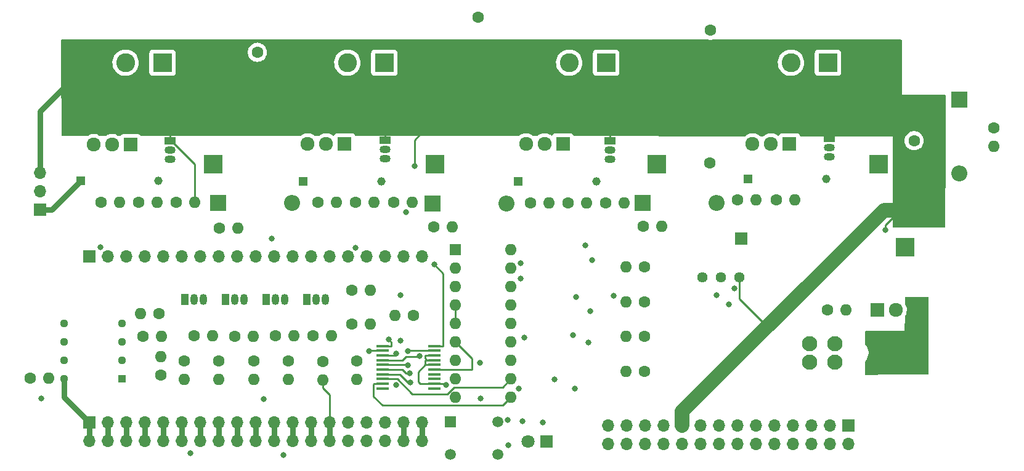
<source format=gbr>
%TF.GenerationSoftware,KiCad,Pcbnew,(6.0.0)*%
%TF.CreationDate,2022-12-13T19:56:49-08:00*%
%TF.ProjectId,MakeItRain,4d616b65-4974-4526-9169-6e2e6b696361,rev?*%
%TF.SameCoordinates,Original*%
%TF.FileFunction,Copper,L4,Bot*%
%TF.FilePolarity,Positive*%
%FSLAX46Y46*%
G04 Gerber Fmt 4.6, Leading zero omitted, Abs format (unit mm)*
G04 Created by KiCad (PCBNEW (6.0.0)) date 2022-12-13 19:56:49*
%MOMM*%
%LPD*%
G01*
G04 APERTURE LIST*
%TA.AperFunction,ComponentPad*%
%ADD10C,1.600000*%
%TD*%
%TA.AperFunction,ComponentPad*%
%ADD11R,2.600000X2.600000*%
%TD*%
%TA.AperFunction,ComponentPad*%
%ADD12O,2.600000X2.600000*%
%TD*%
%TA.AperFunction,ComponentPad*%
%ADD13R,1.800000X1.800000*%
%TD*%
%TA.AperFunction,ComponentPad*%
%ADD14C,1.800000*%
%TD*%
%TA.AperFunction,ComponentPad*%
%ADD15R,1.700000X1.700000*%
%TD*%
%TA.AperFunction,ComponentPad*%
%ADD16O,1.700000X1.700000*%
%TD*%
%TA.AperFunction,ComponentPad*%
%ADD17C,2.600000*%
%TD*%
%TA.AperFunction,ComponentPad*%
%ADD18R,1.920000X1.920000*%
%TD*%
%TA.AperFunction,ComponentPad*%
%ADD19C,1.920000*%
%TD*%
%TA.AperFunction,ComponentPad*%
%ADD20R,1.050000X1.500000*%
%TD*%
%TA.AperFunction,ComponentPad*%
%ADD21O,1.050000X1.500000*%
%TD*%
%TA.AperFunction,ComponentPad*%
%ADD22R,1.150000X1.150000*%
%TD*%
%TA.AperFunction,ComponentPad*%
%ADD23C,1.150000*%
%TD*%
%TA.AperFunction,ComponentPad*%
%ADD24O,1.600000X1.600000*%
%TD*%
%TA.AperFunction,ComponentPad*%
%ADD25R,1.500000X1.050000*%
%TD*%
%TA.AperFunction,ComponentPad*%
%ADD26O,1.500000X1.050000*%
%TD*%
%TA.AperFunction,ComponentPad*%
%ADD27C,1.440000*%
%TD*%
%TA.AperFunction,ComponentPad*%
%ADD28R,1.600000X1.600000*%
%TD*%
%TA.AperFunction,ComponentPad*%
%ADD29R,2.200000X2.200000*%
%TD*%
%TA.AperFunction,ComponentPad*%
%ADD30O,2.200000X2.200000*%
%TD*%
%TA.AperFunction,ComponentPad*%
%ADD31R,1.500000X1.500000*%
%TD*%
%TA.AperFunction,ComponentPad*%
%ADD32C,1.500000*%
%TD*%
%TA.AperFunction,ComponentPad*%
%ADD33C,2.100000*%
%TD*%
%TA.AperFunction,ComponentPad*%
%ADD34R,1.130000X1.130000*%
%TD*%
%TA.AperFunction,ComponentPad*%
%ADD35C,1.130000*%
%TD*%
%TA.AperFunction,SMDPad,CuDef*%
%ADD36R,1.800000X0.450000*%
%TD*%
%TA.AperFunction,ViaPad*%
%ADD37C,0.800000*%
%TD*%
%TA.AperFunction,Conductor*%
%ADD38C,0.250000*%
%TD*%
%TA.AperFunction,Conductor*%
%ADD39C,2.032000*%
%TD*%
%TA.AperFunction,Conductor*%
%ADD40C,0.508000*%
%TD*%
%TA.AperFunction,Conductor*%
%ADD41C,0.762000*%
%TD*%
G04 APERTURE END LIST*
D10*
%TO.P,C2,1*%
%TO.N,/Zone1IO/ZoneInput*%
X89109000Y-69659700D03*
%TO.P,C2,2*%
%TO.N,GND*%
X89109000Y-74659700D03*
%TD*%
%TO.P,C3,1*%
%TO.N,/Zone2IO/ZoneInput*%
X119449600Y-64825000D03*
%TO.P,C3,2*%
%TO.N,GND*%
X119449600Y-69825000D03*
%TD*%
%TO.P,C4,1*%
%TO.N,/Zone3IO/ZoneInput*%
X151357900Y-66638300D03*
%TO.P,C4,2*%
%TO.N,GND*%
X151357900Y-71638300D03*
%TD*%
D11*
%TO.P,D3,1,K*%
%TO.N,/Zone1IO/ZoneOutput*%
X83061000Y-85060000D03*
D12*
%TO.P,D3,2,A*%
%TO.N,GND*%
X83061000Y-69820000D03*
%TD*%
D11*
%TO.P,D5,1,K*%
%TO.N,/Zone2IO/ZoneOutput*%
X113541000Y-85060000D03*
D12*
%TO.P,D5,2,A*%
%TO.N,GND*%
X113541000Y-69820000D03*
%TD*%
D11*
%TO.P,D7,1,K*%
%TO.N,/Zone4IO/ZoneOutput*%
X174501000Y-85060000D03*
D12*
%TO.P,D7,2,A*%
%TO.N,GND*%
X174501000Y-69820000D03*
%TD*%
D11*
%TO.P,D9,1,K*%
%TO.N,/Zone3IO/ZoneOutput*%
X144021000Y-85060000D03*
D12*
%TO.P,D9,2,A*%
%TO.N,GND*%
X144021000Y-69820000D03*
%TD*%
D13*
%TO.P,D1,1,K*%
%TO.N,Net-(D1-Pad1)*%
X128872900Y-123268200D03*
D14*
%TO.P,D1,2,A*%
%TO.N,D27*%
X126332900Y-123268200D03*
%TD*%
D15*
%TO.P,J2,1,Pin_1*%
%TO.N,+3V3*%
X66040000Y-120650000D03*
D16*
%TO.P,J2,2,Pin_2*%
X66040000Y-123190000D03*
%TO.P,J2,3,Pin_3*%
%TO.N,EN*%
X68580000Y-120650000D03*
%TO.P,J2,4,Pin_4*%
X68580000Y-123190000D03*
%TO.P,J2,5,Pin_5*%
%TO.N,D36*%
X71120000Y-120650000D03*
%TO.P,J2,6,Pin_6*%
X71120000Y-123190000D03*
%TO.P,J2,7,Pin_7*%
%TO.N,D39*%
X73660000Y-120650000D03*
%TO.P,J2,8,Pin_8*%
X73660000Y-123190000D03*
%TO.P,J2,9,Pin_9*%
%TO.N,D34*%
X76200000Y-120650000D03*
%TO.P,J2,10,Pin_10*%
X76200000Y-123190000D03*
%TO.P,J2,11,Pin_11*%
%TO.N,D35*%
X78740000Y-120650000D03*
%TO.P,J2,12,Pin_12*%
X78740000Y-123190000D03*
%TO.P,J2,13,Pin_13*%
%TO.N,D32*%
X81280000Y-120650000D03*
%TO.P,J2,14,Pin_14*%
X81280000Y-123190000D03*
%TO.P,J2,15,Pin_15*%
%TO.N,D33*%
X83820000Y-120650000D03*
%TO.P,J2,16,Pin_16*%
X83820000Y-123190000D03*
%TO.P,J2,17,Pin_17*%
%TO.N,D25*%
X86360000Y-120650000D03*
%TO.P,J2,18,Pin_18*%
X86360000Y-123190000D03*
%TO.P,J2,19,Pin_19*%
%TO.N,D26*%
X88900000Y-120650000D03*
%TO.P,J2,20,Pin_20*%
X88900000Y-123190000D03*
%TO.P,J2,21,Pin_21*%
%TO.N,D27*%
X91440000Y-120650000D03*
%TO.P,J2,22,Pin_22*%
X91440000Y-123190000D03*
%TO.P,J2,23,Pin_23*%
%TO.N,D14*%
X93980000Y-120650000D03*
%TO.P,J2,24,Pin_24*%
X93980000Y-123190000D03*
%TO.P,J2,25,Pin_25*%
%TO.N,D12*%
X96520000Y-120650000D03*
%TO.P,J2,26,Pin_26*%
X96520000Y-123190000D03*
%TO.P,J2,27,Pin_27*%
%TO.N,GND*%
X99060000Y-120650000D03*
%TO.P,J2,28,Pin_28*%
X99060000Y-123190000D03*
%TO.P,J2,29,Pin_29*%
%TO.N,unconnected-(J2-Pad29)*%
X101600000Y-120650000D03*
%TO.P,J2,30,Pin_30*%
%TO.N,unconnected-(J2-Pad30)*%
X101600000Y-123190000D03*
%TO.P,J2,31,Pin_31*%
%TO.N,unconnected-(J2-Pad31)*%
X104140000Y-120650000D03*
%TO.P,J2,32,Pin_32*%
%TO.N,unconnected-(J2-Pad32)*%
X104140000Y-123190000D03*
%TO.P,J2,33,Pin_33*%
%TO.N,unconnected-(J2-Pad33)*%
X106680000Y-120650000D03*
%TO.P,J2,34,Pin_34*%
%TO.N,unconnected-(J2-Pad34)*%
X106680000Y-123190000D03*
%TO.P,J2,35,Pin_35*%
%TO.N,GND*%
X109220000Y-120650000D03*
%TO.P,J2,36,Pin_36*%
X109220000Y-123190000D03*
%TO.P,J2,37,Pin_37*%
%TO.N,Net-(J2-Pad37)*%
X111760000Y-120650000D03*
%TO.P,J2,38,Pin_38*%
X111760000Y-123190000D03*
%TD*%
D15*
%TO.P,J3,1,Pin_1*%
%TO.N,GND*%
X66040000Y-97790000D03*
D16*
%TO.P,J3,2,Pin_2*%
%TO.N,D23*%
X68580000Y-97790000D03*
%TO.P,J3,3,Pin_3*%
%TO.N,D22*%
X71120000Y-97790000D03*
%TO.P,J3,4,Pin_4*%
%TO.N,TX*%
X73660000Y-97790000D03*
%TO.P,J3,5,Pin_5*%
%TO.N,RX*%
X76200000Y-97790000D03*
%TO.P,J3,6,Pin_6*%
%TO.N,D21*%
X78740000Y-97790000D03*
%TO.P,J3,7,Pin_7*%
%TO.N,GND*%
X81280000Y-97790000D03*
%TO.P,J3,8,Pin_8*%
%TO.N,D19*%
X83820000Y-97790000D03*
%TO.P,J3,9,Pin_9*%
%TO.N,D18*%
X86360000Y-97790000D03*
%TO.P,J3,10,Pin_10*%
%TO.N,D5*%
X88900000Y-97790000D03*
%TO.P,J3,11,Pin_11*%
%TO.N,D17*%
X91440000Y-97790000D03*
%TO.P,J3,12,Pin_12*%
%TO.N,D16*%
X93980000Y-97790000D03*
%TO.P,J3,13,Pin_13*%
%TO.N,D4*%
X96520000Y-97790000D03*
%TO.P,J3,14,Pin_14*%
%TO.N,D0*%
X99060000Y-97790000D03*
%TO.P,J3,15,Pin_15*%
%TO.N,D2*%
X101600000Y-97790000D03*
%TO.P,J3,16,Pin_16*%
%TO.N,D15*%
X104140000Y-97790000D03*
%TO.P,J3,17,Pin_17*%
%TO.N,/SD1*%
X106680000Y-97790000D03*
%TO.P,J3,18,Pin_18*%
%TO.N,/SDD*%
X109220000Y-97790000D03*
%TO.P,J3,19,Pin_19*%
%TO.N,/CLK*%
X111760000Y-97790000D03*
%TD*%
D11*
%TO.P,P1,1,Pin_1*%
%TO.N,Net-(P1-Pad1)*%
X178125700Y-96457800D03*
D17*
%TO.P,P1,2,Pin_2*%
%TO.N,GND*%
X178125700Y-91377800D03*
%TD*%
D18*
%TO.P,Q3,1*%
%TO.N,Net-(Q3-Pad1)*%
X71689700Y-82379600D03*
D19*
%TO.P,Q3,2*%
%TO.N,/Zone1IO/ZoneOutput*%
X69149700Y-82379600D03*
%TO.P,Q3,3*%
%TO.N,+VDC*%
X66609700Y-82379600D03*
%TD*%
D18*
%TO.P,Q6,1*%
%TO.N,Net-(Q6-Pad1)*%
X101108600Y-82267600D03*
D19*
%TO.P,Q6,2*%
%TO.N,/Zone2IO/ZoneOutput*%
X98568600Y-82267600D03*
%TO.P,Q6,3*%
%TO.N,+VDC*%
X96028600Y-82267600D03*
%TD*%
D20*
%TO.P,Q7,1,S*%
%TO.N,GND*%
X90300800Y-103664300D03*
D21*
%TO.P,Q7,2,G*%
%TO.N,Net-(D6-Pad2)*%
X91570800Y-103664300D03*
%TO.P,Q7,3,D*%
%TO.N,/InputIsolation/3in*%
X92840800Y-103664300D03*
%TD*%
D18*
%TO.P,Q9,1*%
%TO.N,Net-(Q9-Pad1)*%
X131085700Y-82267600D03*
D19*
%TO.P,Q9,2*%
%TO.N,/Zone3IO/ZoneOutput*%
X128545700Y-82267600D03*
%TO.P,Q9,3*%
%TO.N,+VDC*%
X126005700Y-82267600D03*
%TD*%
D18*
%TO.P,Q12,1*%
%TO.N,Net-(Q12-Pad1)*%
X162229200Y-82267600D03*
D19*
%TO.P,Q12,2*%
%TO.N,/Zone4IO/ZoneOutput*%
X159689200Y-82267600D03*
%TO.P,Q12,3*%
%TO.N,+VDC*%
X157149200Y-82267600D03*
%TD*%
D18*
%TO.P,Q13,1*%
%TO.N,Net-(Q13-Pad1)*%
X174341600Y-105164100D03*
D19*
%TO.P,Q13,2*%
%TO.N,Net-(P1-Pad1)*%
X176881600Y-105164100D03*
%TO.P,Q13,3*%
%TO.N,Net-(Q13-Pad3)*%
X179421600Y-105164100D03*
%TD*%
D11*
%TO.P,Z2,1,Pin_1*%
%TO.N,/Zone2IO/ZoneInput*%
X106556000Y-71090000D03*
D17*
%TO.P,Z2,2,Pin_2*%
%TO.N,/Zone2IO/ZoneOutput*%
X101476000Y-71090000D03*
%TO.P,Z2,3,Pin_3*%
%TO.N,GND*%
X96396000Y-71090000D03*
%TD*%
D11*
%TO.P,Z3,1,Pin_1*%
%TO.N,/Zone3IO/ZoneInput*%
X137036000Y-71090000D03*
D17*
%TO.P,Z3,2,Pin_2*%
%TO.N,/Zone3IO/ZoneOutput*%
X131956000Y-71090000D03*
%TO.P,Z3,3,Pin_3*%
%TO.N,GND*%
X126876000Y-71090000D03*
%TD*%
D11*
%TO.P,Z4,1,Pin_1*%
%TO.N,/Zone4IO/ZoneInput*%
X167516000Y-71090000D03*
D17*
%TO.P,Z4,2,Pin_2*%
%TO.N,/Zone4IO/ZoneOutput*%
X162436000Y-71090000D03*
%TO.P,Z4,3,Pin_3*%
%TO.N,GND*%
X157356000Y-71090000D03*
%TD*%
D11*
%TO.P,Z1,1,Pin_1*%
%TO.N,/Zone1IO/ZoneInput*%
X76076000Y-71090000D03*
D17*
%TO.P,Z1,2,Pin_2*%
%TO.N,/Zone1IO/ZoneOutput*%
X70996000Y-71090000D03*
%TO.P,Z1,3,Pin_3*%
%TO.N,GND*%
X65916000Y-71090000D03*
%TD*%
D15*
%TO.P,J1,1,Pin_1*%
%TO.N,+VDC*%
X170349000Y-121042300D03*
D16*
%TO.P,J1,2,Pin_2*%
%TO.N,D22*%
X170349000Y-123582300D03*
%TO.P,J1,3,Pin_3*%
%TO.N,+VDC*%
X167809000Y-121042300D03*
%TO.P,J1,4,Pin_4*%
%TO.N,D21*%
X167809000Y-123582300D03*
%TO.P,J1,5,Pin_5*%
%TO.N,+VDC*%
X165269000Y-121042300D03*
%TO.P,J1,6,Pin_6*%
%TO.N,Z8*%
X165269000Y-123582300D03*
%TO.P,J1,7,Pin_7*%
%TO.N,+VDC*%
X162729000Y-121042300D03*
%TO.P,J1,8,Pin_8*%
%TO.N,Z7*%
X162729000Y-123582300D03*
%TO.P,J1,9,Pin_9*%
%TO.N,+VDC*%
X160189000Y-121042300D03*
%TO.P,J1,10,Pin_10*%
%TO.N,Z6*%
X160189000Y-123582300D03*
%TO.P,J1,11,Pin_11*%
%TO.N,+3V3*%
X157649000Y-121042300D03*
%TO.P,J1,12,Pin_12*%
%TO.N,Z5*%
X157649000Y-123582300D03*
%TO.P,J1,13,Pin_13*%
%TO.N,+3V3*%
X155109000Y-121042300D03*
%TO.P,J1,14,Pin_14*%
%TO.N,D26*%
X155109000Y-123582300D03*
%TO.P,J1,15,Pin_15*%
%TO.N,+3V3*%
X152569000Y-121042300D03*
%TO.P,J1,16,Pin_16*%
%TO.N,D23*%
X152569000Y-123582300D03*
%TO.P,J1,17,Pin_17*%
%TO.N,+3V3*%
X150029000Y-121042300D03*
%TO.P,J1,18,Pin_18*%
%TO.N,D19*%
X150029000Y-123582300D03*
%TO.P,J1,19,Pin_19*%
%TO.N,GND*%
X147489000Y-121042300D03*
%TO.P,J1,20,Pin_20*%
%TO.N,D18*%
X147489000Y-123582300D03*
%TO.P,J1,21,Pin_21*%
%TO.N,GND*%
X144949000Y-121042300D03*
%TO.P,J1,22,Pin_22*%
%TO.N,D17*%
X144949000Y-123582300D03*
%TO.P,J1,23,Pin_23*%
%TO.N,GND*%
X142409000Y-121042300D03*
%TO.P,J1,24,Pin_24*%
%TO.N,D16*%
X142409000Y-123582300D03*
%TO.P,J1,25,Pin_25*%
%TO.N,GND*%
X139869000Y-121042300D03*
%TO.P,J1,26,Pin_26*%
%TO.N,TX*%
X139869000Y-123582300D03*
%TO.P,J1,27,Pin_27*%
%TO.N,GND*%
X137329000Y-121042300D03*
%TO.P,J1,28,Pin_28*%
%TO.N,RX*%
X137329000Y-123582300D03*
%TD*%
D22*
%TO.P,Z5,1*%
%TO.N,+VDC*%
X64792500Y-87395400D03*
D23*
%TO.P,Z5,2*%
%TO.N,Net-(Q3-Pad1)*%
X75492500Y-87395400D03*
%TD*%
D22*
%TO.P,Z6,1*%
%TO.N,+VDC*%
X95418500Y-87436000D03*
D23*
%TO.P,Z6,2*%
%TO.N,Net-(Q6-Pad1)*%
X106118500Y-87436000D03*
%TD*%
D22*
%TO.P,Z8,1*%
%TO.N,+VDC*%
X156564300Y-87104200D03*
D23*
%TO.P,Z8,2*%
%TO.N,Net-(Q12-Pad1)*%
X167264300Y-87104200D03*
%TD*%
D20*
%TO.P,Q4,1,S*%
%TO.N,GND*%
X84702900Y-103677400D03*
D21*
%TO.P,Q4,2,G*%
%TO.N,Net-(D4-Pad2)*%
X85972900Y-103677400D03*
%TO.P,Q4,3,D*%
%TO.N,/InputIsolation/2in*%
X87242900Y-103677400D03*
%TD*%
D10*
%TO.P,R23,1*%
%TO.N,+VDC*%
X75572300Y-105627200D03*
D24*
%TO.P,R23,2*%
%TO.N,Net-(IC3-Pad3)*%
X73032300Y-105627200D03*
%TD*%
D10*
%TO.P,R31,1*%
%TO.N,+3V3*%
X83822200Y-112140600D03*
D24*
%TO.P,R31,2*%
%TO.N,D35*%
X83822200Y-114680600D03*
%TD*%
D10*
%TO.P,R16,1*%
%TO.N,Net-(Q9-Pad1)*%
X131777400Y-90385900D03*
D24*
%TO.P,R16,2*%
%TO.N,Net-(Q8-Pad3)*%
X134317400Y-90385900D03*
%TD*%
D25*
%TO.P,Q2,1,S*%
%TO.N,GND*%
X77074800Y-81816600D03*
D26*
%TO.P,Q2,2,G*%
%TO.N,Z1*%
X77074800Y-83086600D03*
%TO.P,Q2,3,D*%
%TO.N,Net-(Q2-Pad3)*%
X77074800Y-84356600D03*
%TD*%
D10*
%TO.P,R24,1*%
%TO.N,Net-(IC3-Pad3)*%
X73376700Y-108765100D03*
D24*
%TO.P,R24,2*%
%TO.N,GND*%
X75916700Y-108765100D03*
%TD*%
D10*
%TO.P,R5,1*%
%TO.N,Net-(D2-Pad2)*%
X80372200Y-108702600D03*
D24*
%TO.P,R5,2*%
%TO.N,GND*%
X82912200Y-108702600D03*
%TD*%
D27*
%TO.P,RV1,1,1*%
%TO.N,AuxVoltage*%
X150281700Y-100622000D03*
%TO.P,RV1,2,2*%
%TO.N,Net-(IC3-Pad5)*%
X152821700Y-100622000D03*
%TO.P,RV1,3,3*%
%TO.N,GND*%
X155361700Y-100622000D03*
%TD*%
D15*
%TO.P,J4,1,Pin_1*%
%TO.N,AuxVoltage*%
X155598900Y-95333800D03*
%TD*%
D10*
%TO.P,R15,1*%
%TO.N,+VDC*%
X126614500Y-90392400D03*
D24*
%TO.P,R15,2*%
%TO.N,Net-(Q9-Pad1)*%
X129154500Y-90392400D03*
%TD*%
D10*
%TO.P,R17,1*%
%TO.N,Net-(D8-Pad2)*%
X96767000Y-108701700D03*
D24*
%TO.P,R17,2*%
%TO.N,GND*%
X99307000Y-108701700D03*
%TD*%
D15*
%TO.P,J5,1,Pin_1*%
%TO.N,+VDC*%
X59207700Y-91310200D03*
D16*
%TO.P,J5,2,Pin_2*%
%TO.N,+3V3*%
X59207700Y-88770200D03*
%TO.P,J5,3,Pin_3*%
%TO.N,GND*%
X59207700Y-86230200D03*
%TD*%
D10*
%TO.P,R4,1*%
%TO.N,Net-(D1-Pad1)*%
X98113700Y-112207200D03*
D24*
%TO.P,R4,2*%
%TO.N,GND*%
X98113700Y-114747200D03*
%TD*%
D10*
%TO.P,R18,1*%
%TO.N,Z4*%
X179350700Y-81833100D03*
D24*
%TO.P,R18,2*%
%TO.N,GND*%
X181890700Y-81833100D03*
%TD*%
D10*
%TO.P,R29,1*%
%TO.N,+3V3*%
X142295000Y-113577700D03*
D24*
%TO.P,R29,2*%
%TO.N,Net-(IC4-Pad1)*%
X139755000Y-113577700D03*
%TD*%
D10*
%TO.P,R25,1*%
%TO.N,D33*%
X75859900Y-114068500D03*
D24*
%TO.P,R25,2*%
%TO.N,GND*%
X75859900Y-111528500D03*
%TD*%
D10*
%TO.P,R33,1*%
%TO.N,+3V3*%
X93402900Y-112140600D03*
D24*
%TO.P,R33,2*%
%TO.N,D39*%
X93402900Y-114680600D03*
%TD*%
D10*
%TO.P,R2,1*%
%TO.N,/Zone2IO/ZoneInput*%
X113321700Y-93731200D03*
D24*
%TO.P,R2,2*%
%TO.N,Net-(D4-Pad2)*%
X115861700Y-93731200D03*
%TD*%
D10*
%TO.P,R14,1*%
%TO.N,Z3*%
X136973400Y-90405200D03*
D24*
%TO.P,R14,2*%
%TO.N,GND*%
X139513400Y-90405200D03*
%TD*%
D25*
%TO.P,Q11,1,S*%
%TO.N,GND*%
X167687500Y-81543000D03*
D26*
%TO.P,Q11,2,G*%
%TO.N,Z4*%
X167687500Y-82813000D03*
%TO.P,Q11,3,D*%
%TO.N,Net-(Q11-Pad3)*%
X167687500Y-84083000D03*
%TD*%
D10*
%TO.P,R27,1*%
%TO.N,+3V3*%
X142295000Y-103999000D03*
D24*
%TO.P,R27,2*%
%TO.N,Net-(IC4-Pad5)*%
X139755000Y-103999000D03*
%TD*%
D28*
%TO.P,U1,1,SCL*%
%TO.N,D22*%
X116307900Y-96853800D03*
D24*
%TO.P,U1,2,SDA*%
%TO.N,D21*%
X116307900Y-99393800D03*
%TO.P,U1,3,A2*%
%TO.N,GND*%
X116307900Y-101933800D03*
%TO.P,U1,4,A1*%
X116307900Y-104473800D03*
%TO.P,U1,5,A0*%
X116307900Y-107013800D03*
%TO.P,U1,6,~{RESET}*%
%TO.N,Net-(IC1-Pad6)*%
X116307900Y-109553800D03*
%TO.P,U1,7,NC*%
%TO.N,unconnected-(U1-Pad7)*%
X116307900Y-112093800D03*
%TO.P,U1,8,INT*%
%TO.N,unconnected-(U1-Pad8)*%
X116307900Y-114633800D03*
%TO.P,U1,9,VSS*%
%TO.N,GND*%
X116307900Y-117173800D03*
%TO.P,U1,10,GP0*%
%TO.N,Z1*%
X123927900Y-117173800D03*
%TO.P,U1,11,GP1*%
%TO.N,Z2*%
X123927900Y-114633800D03*
%TO.P,U1,12,GP2*%
%TO.N,Z3*%
X123927900Y-112093800D03*
%TO.P,U1,13,GP3*%
%TO.N,Z4*%
X123927900Y-109553800D03*
%TO.P,U1,14,GP4*%
%TO.N,Z5*%
X123927900Y-107013800D03*
%TO.P,U1,15,GP5*%
%TO.N,Z6*%
X123927900Y-104473800D03*
%TO.P,U1,16,GP6*%
%TO.N,Z7*%
X123927900Y-101933800D03*
%TO.P,U1,17,GP7*%
%TO.N,Z8*%
X123927900Y-99393800D03*
%TO.P,U1,18,VDD*%
%TO.N,+3V3*%
X123927900Y-96853800D03*
%TD*%
D29*
%TO.P,D4,1,K*%
%TO.N,/Zone2IO/ZoneInput*%
X113156300Y-90507700D03*
D30*
%TO.P,D4,2,A*%
%TO.N,Net-(D4-Pad2)*%
X123316300Y-90507700D03*
%TD*%
D29*
%TO.P,D2,1,K*%
%TO.N,/Zone1IO/ZoneInput*%
X83739400Y-90439100D03*
D30*
%TO.P,D2,2,A*%
%TO.N,Net-(D2-Pad2)*%
X93899400Y-90439100D03*
%TD*%
D31*
%TO.P,S1,1,NO_1*%
%TO.N,unconnected-(S1-Pad1)*%
X115616200Y-120523800D03*
D32*
%TO.P,S1,2,NO_2*%
%TO.N,+3V3*%
X122116200Y-120523800D03*
%TO.P,S1,3,COM_1*%
%TO.N,unconnected-(S1-Pad3)*%
X115616200Y-125023800D03*
%TO.P,S1,4,COM_2*%
%TO.N,D25*%
X122116200Y-125023800D03*
%TD*%
D10*
%TO.P,R9,1*%
%TO.N,Net-(D4-Pad2)*%
X85984200Y-108777600D03*
D24*
%TO.P,R9,2*%
%TO.N,GND*%
X88524200Y-108777600D03*
%TD*%
D10*
%TO.P,R13,1*%
%TO.N,Net-(D6-Pad2)*%
X91573600Y-108698400D03*
D24*
%TO.P,R13,2*%
%TO.N,GND*%
X94113600Y-108698400D03*
%TD*%
D10*
%TO.P,R6,1*%
%TO.N,Z1*%
X77976900Y-90313600D03*
D24*
%TO.P,R6,2*%
%TO.N,GND*%
X80516900Y-90313600D03*
%TD*%
D10*
%TO.P,R11,1*%
%TO.N,+VDC*%
X97428100Y-90313600D03*
D24*
%TO.P,R11,2*%
%TO.N,Net-(Q6-Pad1)*%
X99968100Y-90313600D03*
%TD*%
D10*
%TO.P,R7,1*%
%TO.N,+VDC*%
X67592100Y-90313600D03*
D24*
%TO.P,R7,2*%
%TO.N,Net-(Q3-Pad1)*%
X70132100Y-90313600D03*
%TD*%
D10*
%TO.P,R37,1*%
%TO.N,+3V3*%
X102042400Y-102441800D03*
D24*
%TO.P,R37,2*%
%TO.N,D21*%
X104582400Y-102441800D03*
%TD*%
D33*
%TO.P,U2,1,1*%
%TO.N,+VDC*%
X164978400Y-112300500D03*
%TO.P,U2,2,2*%
X168478400Y-112300500D03*
%TO.P,U2,3,3*%
%TO.N,Net-(Q13-Pad3)*%
X174278400Y-112300500D03*
%TO.P,U2,4,4*%
X177778400Y-112300500D03*
%TO.P,U2,5,5*%
X177778400Y-109800500D03*
%TO.P,U2,6,6*%
X174278400Y-109800500D03*
%TO.P,U2,7,7*%
%TO.N,+VDC*%
X168478400Y-109800500D03*
%TO.P,U2,8,8*%
X164978400Y-109800500D03*
%TD*%
D20*
%TO.P,Q10,1,S*%
%TO.N,GND*%
X95932600Y-103664300D03*
D21*
%TO.P,Q10,2,G*%
%TO.N,Net-(D8-Pad2)*%
X97202600Y-103664300D03*
%TO.P,Q10,3,D*%
%TO.N,/InputIsolation/4in*%
X98472600Y-103664300D03*
%TD*%
D29*
%TO.P,D8,1,K*%
%TO.N,/Zone4IO/ZoneInput*%
X185558100Y-76184700D03*
D30*
%TO.P,D8,2,A*%
%TO.N,Net-(D8-Pad2)*%
X185558100Y-86344700D03*
%TD*%
D34*
%TO.P,IC3,1,OUTA*%
%TO.N,D33*%
X70520600Y-114579500D03*
D35*
%TO.P,IC3,2,-INA*%
X70520600Y-112039500D03*
%TO.P,IC3,3,+INA*%
%TO.N,Net-(IC3-Pad3)*%
X70520600Y-109499500D03*
%TO.P,IC3,4,V-*%
%TO.N,GND*%
X70520600Y-106959500D03*
%TO.P,IC3,5,+INB*%
%TO.N,Net-(IC3-Pad5)*%
X62580600Y-106959500D03*
%TO.P,IC3,6,-INB*%
%TO.N,D32*%
X62580600Y-109499500D03*
%TO.P,IC3,7,OUTB*%
X62580600Y-112039500D03*
%TO.P,IC3,8,V+*%
%TO.N,+3V3*%
X62580600Y-114579500D03*
%TD*%
D20*
%TO.P,Q1,1,S*%
%TO.N,GND*%
X79106900Y-103682000D03*
D21*
%TO.P,Q1,2,G*%
%TO.N,Net-(D2-Pad2)*%
X80376900Y-103682000D03*
%TO.P,Q1,3,D*%
%TO.N,/InputIsolation/1in*%
X81646900Y-103682000D03*
%TD*%
D10*
%TO.P,R26,1*%
%TO.N,+3V3*%
X142295000Y-99209700D03*
D24*
%TO.P,R26,2*%
%TO.N,Net-(IC4-Pad7)*%
X139755000Y-99209700D03*
%TD*%
D10*
%TO.P,R36,1*%
%TO.N,+3V3*%
X110516400Y-105882500D03*
D24*
%TO.P,R36,2*%
%TO.N,Net-(IC1-Pad6)*%
X107976400Y-105882500D03*
%TD*%
D10*
%TO.P,R1,1*%
%TO.N,/Zone1IO/ZoneInput*%
X83868300Y-93912900D03*
D24*
%TO.P,R1,2*%
%TO.N,Net-(D2-Pad2)*%
X86408300Y-93912900D03*
%TD*%
D10*
%TO.P,R8,1*%
%TO.N,Net-(Q3-Pad1)*%
X72798600Y-90313600D03*
D24*
%TO.P,R8,2*%
%TO.N,Net-(Q2-Pad3)*%
X75338600Y-90313600D03*
%TD*%
D25*
%TO.P,Q8,1,S*%
%TO.N,GND*%
X137542600Y-81822900D03*
D26*
%TO.P,Q8,2,G*%
%TO.N,Z3*%
X137542600Y-83092900D03*
%TO.P,Q8,3,D*%
%TO.N,Net-(Q8-Pad3)*%
X137542600Y-84362900D03*
%TD*%
D25*
%TO.P,Q5,1,S*%
%TO.N,GND*%
X106673400Y-81749200D03*
D26*
%TO.P,Q5,2,G*%
%TO.N,Z2*%
X106673400Y-83019200D03*
%TO.P,Q5,3,D*%
%TO.N,Net-(Q5-Pad3)*%
X106673400Y-84289200D03*
%TD*%
D10*
%TO.P,C5,1*%
%TO.N,/Zone4IO/ZoneInput*%
X151310400Y-84874400D03*
%TO.P,C5,2*%
%TO.N,GND*%
X151310400Y-79874400D03*
%TD*%
%TO.P,R21,1*%
%TO.N,Net-(Q13-Pad1)*%
X167425100Y-105167700D03*
D24*
%TO.P,R21,2*%
%TO.N,GND*%
X169965100Y-105167700D03*
%TD*%
D10*
%TO.P,R3,1*%
%TO.N,D25*%
X102762800Y-112161900D03*
D24*
%TO.P,R3,2*%
%TO.N,GND*%
X102762800Y-114701900D03*
%TD*%
D10*
%TO.P,R30,1*%
%TO.N,+3V3*%
X79031800Y-112140600D03*
D24*
%TO.P,R30,2*%
%TO.N,D34*%
X79031800Y-114680600D03*
%TD*%
D10*
%TO.P,R12,1*%
%TO.N,Net-(Q6-Pad1)*%
X102602700Y-90291400D03*
D24*
%TO.P,R12,2*%
%TO.N,Net-(Q5-Pad3)*%
X105142700Y-90291400D03*
%TD*%
D10*
%TO.P,R22,1*%
%TO.N,/Zone3IO/ZoneInput*%
X142150900Y-93635300D03*
D24*
%TO.P,R22,2*%
%TO.N,Net-(D6-Pad2)*%
X144690900Y-93635300D03*
%TD*%
D10*
%TO.P,R28,1*%
%TO.N,+3V3*%
X142295000Y-108788400D03*
D24*
%TO.P,R28,2*%
%TO.N,Net-(IC4-Pad3)*%
X139755000Y-108788400D03*
%TD*%
D10*
%TO.P,R20,1*%
%TO.N,Net-(Q12-Pad1)*%
X160459300Y-89971000D03*
D24*
%TO.P,R20,2*%
%TO.N,Net-(Q11-Pad3)*%
X162999300Y-89971000D03*
%TD*%
D10*
%TO.P,R19,1*%
%TO.N,+VDC*%
X155096800Y-90020800D03*
D24*
%TO.P,R19,2*%
%TO.N,Net-(Q12-Pad1)*%
X157636800Y-90020800D03*
%TD*%
D10*
%TO.P,R35,1*%
%TO.N,/Zone4IO/ZoneInput*%
X190329000Y-80096300D03*
D24*
%TO.P,R35,2*%
%TO.N,Net-(D8-Pad2)*%
X190329000Y-82636300D03*
%TD*%
D10*
%TO.P,R10,1*%
%TO.N,Z2*%
X107804100Y-90285900D03*
D24*
%TO.P,R10,2*%
%TO.N,GND*%
X110344100Y-90285900D03*
%TD*%
D29*
%TO.P,D6,1,K*%
%TO.N,/Zone3IO/ZoneInput*%
X142032800Y-90398200D03*
D30*
%TO.P,D6,2,A*%
%TO.N,Net-(D6-Pad2)*%
X152192800Y-90398200D03*
%TD*%
D10*
%TO.P,R32,1*%
%TO.N,+3V3*%
X88612600Y-112140600D03*
D24*
%TO.P,R32,2*%
%TO.N,D36*%
X88612600Y-114680600D03*
%TD*%
D22*
%TO.P,Z7,1*%
%TO.N,+VDC*%
X124968600Y-87436000D03*
D23*
%TO.P,Z7,2*%
%TO.N,Net-(Q9-Pad1)*%
X135668600Y-87436000D03*
%TD*%
D10*
%TO.P,R38,1*%
%TO.N,+3V3*%
X102042400Y-107114000D03*
D24*
%TO.P,R38,2*%
%TO.N,D22*%
X104582400Y-107114000D03*
%TD*%
D10*
%TO.P,R34,1*%
%TO.N,D32*%
X57889400Y-114568900D03*
D24*
%TO.P,R34,2*%
%TO.N,GND*%
X60429400Y-114568900D03*
%TD*%
D36*
%TO.P,IC1,20,VDD*%
%TO.N,+3V3*%
X106305300Y-110092700D03*
%TO.P,IC1,19,GP7*%
%TO.N,Z8*%
X106305300Y-110742700D03*
%TO.P,IC1,18,GP6*%
%TO.N,Z7*%
X106305300Y-111392700D03*
%TO.P,IC1,17,GP5*%
%TO.N,Z6*%
X106305300Y-112042700D03*
%TO.P,IC1,16,GP4*%
%TO.N,Z5*%
X106305300Y-112692700D03*
%TO.P,IC1,15,GP3*%
%TO.N,Z4*%
X106305300Y-113342700D03*
%TO.P,IC1,14,GP2*%
%TO.N,Z3*%
X106305300Y-113992700D03*
%TO.P,IC1,13,GP1*%
%TO.N,Z2*%
X106305300Y-114642700D03*
%TO.P,IC1,12,GP0*%
%TO.N,Z1*%
X106305300Y-115292700D03*
%TO.P,IC1,11,N/C_2*%
%TO.N,unconnected-(IC1-Pad11)*%
X106305300Y-115942700D03*
%TO.P,IC1,10,N/C_1*%
%TO.N,unconnected-(IC1-Pad10)*%
X113405300Y-115942700D03*
%TO.P,IC1,9,VSS*%
%TO.N,GND*%
X113405300Y-115292700D03*
%TO.P,IC1,8,INT*%
%TO.N,unconnected-(IC1-Pad8)*%
X113405300Y-114642700D03*
%TO.P,IC1,7,NC*%
%TO.N,unconnected-(IC1-Pad7)*%
X113405300Y-113992700D03*
%TO.P,IC1,6,~{RESET}*%
%TO.N,Net-(IC1-Pad6)*%
X113405300Y-113342700D03*
%TO.P,IC1,5,A0*%
%TO.N,GND*%
X113405300Y-112692700D03*
%TO.P,IC1,4,A1*%
X113405300Y-112042700D03*
%TO.P,IC1,3,A2*%
X113405300Y-111392700D03*
%TO.P,IC1,2,SDA*%
%TO.N,D21*%
X113405300Y-110742700D03*
%TO.P,IC1,1,SCL*%
%TO.N,D22*%
X113405300Y-110092700D03*
%TD*%
D37*
%TO.N,D36*%
X119739455Y-117355526D03*
X119718899Y-112385721D03*
%TO.N,Z7*%
X108203776Y-111142231D03*
%TO.N,GND*%
X175398000Y-94105800D03*
X125284100Y-98667300D03*
X125284100Y-100801900D03*
X115030600Y-115495900D03*
X110681000Y-85364200D03*
%TO.N,+VDC*%
X67496700Y-96478900D03*
%TO.N,+3V3*%
X107153900Y-109240800D03*
%TO.N,/InputIsolation/1in*%
X123475000Y-120266400D03*
X90004700Y-117427600D03*
X132708600Y-115996500D03*
X125054800Y-115996500D03*
%TO.N,/InputIsolation/3in*%
X132890900Y-103319900D03*
X138028300Y-103153700D03*
%TO.N,/InputIsolation/4in*%
X134195600Y-96269700D03*
%TO.N,D21*%
X102620300Y-96568600D03*
X108780100Y-103103500D03*
X108779000Y-109352300D03*
X109822200Y-110805700D03*
%TO.N,D22*%
X113425700Y-98899100D03*
%TO.N,Net-(IC4-Pad3)*%
X134572300Y-109621100D03*
%TO.N,Net-(IC4-Pad5)*%
X134872900Y-105307300D03*
%TO.N,Net-(IC4-Pad7)*%
X135103600Y-98252600D03*
%TO.N,D23*%
X59405200Y-117314900D03*
%TO.N,D19*%
X91082000Y-95292200D03*
%TO.N,D18*%
X108160700Y-115490300D03*
%TO.N,D35*%
X125538200Y-120441600D03*
X125779900Y-108959600D03*
%TO.N,Net-(D8-Pad2)*%
X154634400Y-102151900D03*
%TO.N,RX*%
X109495100Y-91655700D03*
%TO.N,D34*%
X92644600Y-125091200D03*
X123605500Y-123791600D03*
X129920800Y-114701100D03*
X79931300Y-124851400D03*
%TO.N,D17*%
X128316400Y-120643300D03*
%TO.N,Z3*%
X153899200Y-104401300D03*
X110110722Y-115112344D03*
%TO.N,Z4*%
X152205800Y-103122600D03*
X110038196Y-113843478D03*
%TO.N,Z5*%
X109797799Y-112729606D03*
%TO.N,Z6*%
X111397062Y-111476356D03*
%TO.N,Z8*%
X104450300Y-110778200D03*
X132447500Y-108633500D03*
%TD*%
D38*
%TO.N,Z4*%
X109525769Y-113843478D02*
X109486756Y-113804465D01*
X110038196Y-113843478D02*
X109525769Y-113843478D01*
X109024992Y-113342700D02*
X109486756Y-113804465D01*
X106305300Y-113342700D02*
X109024992Y-113342700D01*
%TO.N,Z5*%
X109760893Y-112692700D02*
X109797799Y-112729606D01*
X106305300Y-112692700D02*
X109760893Y-112692700D01*
%TO.N,Z3*%
X108690130Y-113992700D02*
X106305300Y-113992700D01*
X109809774Y-115112344D02*
X108690130Y-113992700D01*
X110110722Y-115112344D02*
X109809774Y-115112344D01*
%TO.N,GND*%
X116307900Y-107013800D02*
X116307900Y-104473800D01*
%TO.N,Z7*%
X107953307Y-111392700D02*
X108203776Y-111142231D01*
X106305300Y-111392700D02*
X107953307Y-111392700D01*
%TO.N,GND*%
X167688000Y-81059600D02*
X167688000Y-81301300D01*
X113405300Y-112692700D02*
X112180200Y-112692700D01*
X159170400Y-107449600D02*
X155361700Y-103640900D01*
D39*
X159170400Y-107449600D02*
X147489000Y-119131000D01*
D40*
X164699000Y-101921000D02*
X165060000Y-101560000D01*
D38*
X111440114Y-115292700D02*
X111198747Y-115051333D01*
X106673000Y-80224500D02*
X106673000Y-81749200D01*
X77074800Y-75806200D02*
X83061000Y-69820000D01*
D39*
X164699000Y-101921000D02*
X159170400Y-107449600D01*
D38*
X167688000Y-81301300D02*
X167688000Y-81543000D01*
D41*
X99060000Y-123190000D02*
X99060000Y-120650000D01*
D38*
X167688000Y-81301300D02*
X167687500Y-81301800D01*
D39*
X178125700Y-91377800D02*
X175242000Y-91377800D01*
D38*
X175398000Y-93477900D02*
X175398000Y-94105800D01*
X80516900Y-85033700D02*
X80516900Y-90313600D01*
X167687500Y-81301800D02*
X167687500Y-81543000D01*
X111198747Y-113674153D02*
X112180200Y-112692700D01*
X98113700Y-114747200D02*
X98113700Y-115872300D01*
X112180200Y-112042700D02*
X112180200Y-112692700D01*
X99060000Y-116818600D02*
X99060000Y-120650000D01*
X113405300Y-115292700D02*
X111440114Y-115292700D01*
X111198747Y-115051333D02*
X111198747Y-113674153D01*
X110681000Y-81732200D02*
X110681000Y-85364200D01*
D41*
X59207700Y-77798300D02*
X59207700Y-86230200D01*
D38*
X147489000Y-121042000D02*
X147489000Y-121042300D01*
X112423900Y-112042700D02*
X113405300Y-112042700D01*
D41*
X109220000Y-123190000D02*
X109220000Y-120650000D01*
D39*
X175242000Y-91377800D02*
X165060000Y-101560000D01*
D38*
X98113700Y-115872300D02*
X99060000Y-116818600D01*
X176500000Y-92375400D02*
X175398000Y-93477900D01*
X77074800Y-81816600D02*
X77074800Y-75806200D01*
D39*
X147489000Y-119131000D02*
X147489000Y-121042000D01*
D38*
X113405300Y-115292700D02*
X114827400Y-115292700D01*
X77074800Y-81816600D02*
X77299800Y-81816600D01*
X113405300Y-111392700D02*
X112180200Y-111392700D01*
X77299800Y-81816600D02*
X80516900Y-85033700D01*
X114827400Y-115292700D02*
X115030600Y-115495900D01*
X106673400Y-80987200D02*
X106673400Y-81749200D01*
X112423900Y-112042700D02*
X112180200Y-112042700D01*
X112180200Y-111799000D02*
X112423900Y-112042700D01*
X112180200Y-111392700D02*
X112180200Y-111799000D01*
X137543000Y-79845100D02*
X137543000Y-81822900D01*
X111628000Y-80785100D02*
X110681000Y-81732200D01*
D39*
X165060000Y-101560000D02*
X164699000Y-101921000D01*
D38*
X155361700Y-103640900D02*
X155361700Y-100622000D01*
D41*
X65916000Y-71090000D02*
X59207700Y-77798300D01*
D38*
X137542600Y-80834400D02*
X137542600Y-81822900D01*
D41*
%TO.N,+VDC*%
X60877700Y-91310200D02*
X64792500Y-87395400D01*
X59207700Y-91310200D02*
X60877700Y-91310200D01*
D38*
%TO.N,+3V3*%
X107530400Y-109617300D02*
X107153900Y-109240800D01*
X106305300Y-110092700D02*
X107530400Y-110092700D01*
X107530400Y-110092700D02*
X107530400Y-109617300D01*
D41*
X62580600Y-114580000D02*
X62580600Y-117191000D01*
X62580600Y-117191000D02*
X66040000Y-120650000D01*
X66040000Y-120650000D02*
X66040000Y-123190000D01*
D38*
X62580600Y-114580000D02*
X62580600Y-114579500D01*
D41*
%TO.N,D39*%
X73660000Y-120650000D02*
X73660000Y-123190000D01*
D38*
%TO.N,D21*%
X109885200Y-110742700D02*
X109822200Y-110805700D01*
X113405300Y-110742700D02*
X109885200Y-110742700D01*
%TO.N,D22*%
X114630400Y-100103800D02*
X113425700Y-98899100D01*
X113405300Y-110092700D02*
X114630400Y-110092700D01*
X114630400Y-110092700D02*
X114630400Y-100103800D01*
D41*
%TO.N,D36*%
X71120000Y-120650000D02*
X71120000Y-123190000D01*
%TO.N,D12*%
X96520000Y-123190000D02*
X96520000Y-120650000D01*
%TO.N,D14*%
X93980000Y-123190000D02*
X93980000Y-120650000D01*
%TO.N,D27*%
X91440000Y-120650000D02*
X91440000Y-123190000D01*
%TO.N,D26*%
X88900000Y-120650000D02*
X88900000Y-123190000D01*
%TO.N,D35*%
X78740000Y-120650000D02*
X78740000Y-123190000D01*
%TO.N,D32*%
X81280000Y-120650000D02*
X81280000Y-123190000D01*
%TO.N,D33*%
X83820000Y-120650000D02*
X83820000Y-123190000D01*
%TO.N,D25*%
X86360000Y-120650000D02*
X86360000Y-123190000D01*
%TO.N,EN*%
X68580000Y-120650000D02*
X68580000Y-123190000D01*
%TO.N,D34*%
X76200000Y-120650000D02*
X76200000Y-123190000D01*
D38*
%TO.N,Net-(IC1-Pad6)*%
X118586131Y-113342700D02*
X118595745Y-113333086D01*
X113405300Y-113342700D02*
X118586131Y-113342700D01*
X118595745Y-113333086D02*
X118595745Y-111841645D01*
X118595745Y-111841645D02*
X116307900Y-109553800D01*
%TO.N,Z1*%
X122803389Y-118298311D02*
X123927900Y-117173800D01*
X105155300Y-115292700D02*
X105080789Y-115367211D01*
X106329743Y-118298311D02*
X122803389Y-118298311D01*
X105080789Y-117049357D02*
X106329743Y-118298311D01*
X105080789Y-115367211D02*
X105080789Y-117049357D01*
X106305300Y-115292700D02*
X105155300Y-115292700D01*
%TO.N,Z2*%
X108337714Y-114642700D02*
X110403025Y-116708011D01*
X110403025Y-116708011D02*
X115183389Y-116708011D01*
X115183389Y-116708011D02*
X116127176Y-115764224D01*
X116127176Y-115764224D02*
X122797476Y-115764224D01*
X122797476Y-115764224D02*
X123927900Y-114633800D01*
X106305300Y-114642700D02*
X108337714Y-114642700D01*
%TO.N,Z6*%
X111343207Y-111530211D02*
X111397062Y-111476356D01*
X109527852Y-111530211D02*
X111343207Y-111530211D01*
X109015363Y-112042700D02*
X109527852Y-111530211D01*
X106305300Y-112042700D02*
X109015363Y-112042700D01*
%TO.N,Z8*%
X106305300Y-110742700D02*
X104485800Y-110742700D01*
X104485800Y-110742700D02*
X104450300Y-110778200D01*
D41*
%TO.N,Net-(J2-Pad37)*%
X111760000Y-123190000D02*
X111760000Y-120650000D01*
%TD*%
%TA.AperFunction,Conductor*%
%TO.N,GND*%
G36*
X151082923Y-67919279D02*
G01*
X151129813Y-67931843D01*
X151357900Y-67951798D01*
X151585987Y-67931843D01*
X151632877Y-67919279D01*
X151665487Y-67914986D01*
X177549999Y-67914986D01*
X177618120Y-67934988D01*
X177664613Y-67988644D01*
X177675999Y-68040986D01*
X177675999Y-75534986D01*
X183545112Y-75510614D01*
X183613315Y-75530333D01*
X183660030Y-75583795D01*
X183671635Y-75636775D01*
X183661914Y-83127122D01*
X183648250Y-93655835D01*
X183628159Y-93723929D01*
X183574444Y-93770352D01*
X183522473Y-93781671D01*
X176510056Y-93794070D01*
X176441900Y-93774188D01*
X176395312Y-93720615D01*
X176383833Y-93667845D01*
X176404958Y-81833100D01*
X178037202Y-81833100D01*
X178057157Y-82061187D01*
X178058581Y-82066500D01*
X178058581Y-82066502D01*
X178101831Y-82227910D01*
X178116416Y-82282343D01*
X178118739Y-82287324D01*
X178118739Y-82287325D01*
X178210851Y-82484862D01*
X178210854Y-82484867D01*
X178213177Y-82489849D01*
X178344502Y-82677400D01*
X178506400Y-82839298D01*
X178510908Y-82842455D01*
X178510911Y-82842457D01*
X178561358Y-82877780D01*
X178693951Y-82970623D01*
X178698933Y-82972946D01*
X178698938Y-82972949D01*
X178813673Y-83026450D01*
X178901457Y-83067384D01*
X178906765Y-83068806D01*
X178906767Y-83068807D01*
X179117298Y-83125219D01*
X179117300Y-83125219D01*
X179122613Y-83126643D01*
X179350700Y-83146598D01*
X179578787Y-83126643D01*
X179584100Y-83125219D01*
X179584102Y-83125219D01*
X179794633Y-83068807D01*
X179794635Y-83068806D01*
X179799943Y-83067384D01*
X179887727Y-83026450D01*
X180002462Y-82972949D01*
X180002467Y-82972946D01*
X180007449Y-82970623D01*
X180140042Y-82877780D01*
X180190489Y-82842457D01*
X180190492Y-82842455D01*
X180195000Y-82839298D01*
X180356898Y-82677400D01*
X180488223Y-82489849D01*
X180490546Y-82484867D01*
X180490549Y-82484862D01*
X180582661Y-82287325D01*
X180582661Y-82287324D01*
X180584984Y-82282343D01*
X180599570Y-82227910D01*
X180642819Y-82066502D01*
X180642819Y-82066500D01*
X180644243Y-82061187D01*
X180664198Y-81833100D01*
X180644243Y-81605013D01*
X180642819Y-81599698D01*
X180586407Y-81389167D01*
X180586406Y-81389165D01*
X180584984Y-81383857D01*
X180579206Y-81371466D01*
X180490549Y-81181338D01*
X180490546Y-81181333D01*
X180488223Y-81176351D01*
X180407380Y-81060895D01*
X180360057Y-80993311D01*
X180360055Y-80993308D01*
X180356898Y-80988800D01*
X180195000Y-80826902D01*
X180190492Y-80823745D01*
X180190489Y-80823743D01*
X180112311Y-80769002D01*
X180007449Y-80695577D01*
X180002467Y-80693254D01*
X180002462Y-80693251D01*
X179804925Y-80601139D01*
X179804924Y-80601139D01*
X179799943Y-80598816D01*
X179794635Y-80597394D01*
X179794633Y-80597393D01*
X179584102Y-80540981D01*
X179584100Y-80540981D01*
X179578787Y-80539557D01*
X179350700Y-80519602D01*
X179122613Y-80539557D01*
X179117300Y-80540981D01*
X179117298Y-80540981D01*
X178906767Y-80597393D01*
X178906765Y-80597394D01*
X178901457Y-80598816D01*
X178896476Y-80601139D01*
X178896475Y-80601139D01*
X178698938Y-80693251D01*
X178698933Y-80693254D01*
X178693951Y-80695577D01*
X178589089Y-80769002D01*
X178510911Y-80823743D01*
X178510908Y-80823745D01*
X178506400Y-80826902D01*
X178344502Y-80988800D01*
X178341345Y-80993308D01*
X178341343Y-80993311D01*
X178294020Y-81060895D01*
X178213177Y-81176351D01*
X178210854Y-81181333D01*
X178210851Y-81181338D01*
X178122194Y-81371466D01*
X178116416Y-81383857D01*
X178114994Y-81389165D01*
X178114993Y-81389167D01*
X178058581Y-81599698D01*
X178057157Y-81605013D01*
X178037202Y-81833100D01*
X176404958Y-81833100D01*
X176405967Y-81268103D01*
X176405967Y-81268102D01*
X176405999Y-81249986D01*
X176392425Y-81249974D01*
X176392423Y-81249974D01*
X164705807Y-81239982D01*
X163793879Y-81239202D01*
X163725776Y-81219142D01*
X163679329Y-81165446D01*
X163676005Y-81157431D01*
X163642968Y-81069305D01*
X163642967Y-81069303D01*
X163639815Y-81060895D01*
X163552461Y-80944339D01*
X163435905Y-80856985D01*
X163299516Y-80805855D01*
X163237334Y-80799100D01*
X161221066Y-80799100D01*
X161158884Y-80805855D01*
X161022495Y-80856985D01*
X160905939Y-80944339D01*
X160818585Y-81060895D01*
X160815433Y-81069303D01*
X160815431Y-81069307D01*
X160813434Y-81074633D01*
X160770792Y-81131397D01*
X160704230Y-81156096D01*
X160634882Y-81140888D01*
X160617361Y-81129284D01*
X160508696Y-81043465D01*
X160508692Y-81043463D01*
X160504641Y-81040263D01*
X160496124Y-81035561D01*
X160419587Y-80993311D01*
X160293235Y-80923561D01*
X160288366Y-80921837D01*
X160288362Y-80921835D01*
X160070483Y-80844680D01*
X160070479Y-80844679D01*
X160065608Y-80842954D01*
X160060515Y-80842047D01*
X160060512Y-80842046D01*
X159957757Y-80823743D01*
X159827872Y-80800607D01*
X159734757Y-80799469D01*
X159591582Y-80797719D01*
X159591580Y-80797719D01*
X159586412Y-80797656D01*
X159347712Y-80834183D01*
X159118183Y-80909204D01*
X159113595Y-80911592D01*
X159113591Y-80911594D01*
X158972766Y-80984903D01*
X158903989Y-81020706D01*
X158899859Y-81023807D01*
X158899853Y-81023811D01*
X158715018Y-81162590D01*
X158710883Y-81165695D01*
X158682108Y-81195806D01*
X158620585Y-81231234D01*
X158590908Y-81234753D01*
X158394204Y-81234585D01*
X158250267Y-81234462D01*
X158182164Y-81214402D01*
X158161637Y-81197031D01*
X158161408Y-81197276D01*
X158157624Y-81193747D01*
X158154147Y-81189926D01*
X158150096Y-81186727D01*
X158150092Y-81186723D01*
X157968696Y-81043465D01*
X157968692Y-81043463D01*
X157964641Y-81040263D01*
X157956124Y-81035561D01*
X157879587Y-80993311D01*
X157753235Y-80923561D01*
X157748366Y-80921837D01*
X157748362Y-80921835D01*
X157530483Y-80844680D01*
X157530479Y-80844679D01*
X157525608Y-80842954D01*
X157520515Y-80842047D01*
X157520512Y-80842046D01*
X157417757Y-80823743D01*
X157287872Y-80800607D01*
X157194757Y-80799469D01*
X157051582Y-80797719D01*
X157051580Y-80797719D01*
X157046412Y-80797656D01*
X156807712Y-80834183D01*
X156578183Y-80909204D01*
X156573595Y-80911592D01*
X156573591Y-80911594D01*
X156432766Y-80984903D01*
X156363989Y-81020706D01*
X156359859Y-81023807D01*
X156359853Y-81023811D01*
X156299259Y-81069307D01*
X156170883Y-81165695D01*
X156167317Y-81169427D01*
X156167307Y-81169436D01*
X156144183Y-81193634D01*
X156082659Y-81229064D01*
X156052981Y-81232583D01*
X132640393Y-81212564D01*
X132572290Y-81192504D01*
X132525843Y-81138808D01*
X132522519Y-81130794D01*
X132501465Y-81074633D01*
X132496315Y-81060895D01*
X132408961Y-80944339D01*
X132292405Y-80856985D01*
X132156016Y-80805855D01*
X132093834Y-80799100D01*
X130077566Y-80799100D01*
X130015384Y-80805855D01*
X129878995Y-80856985D01*
X129762439Y-80944339D01*
X129675085Y-81060895D01*
X129671933Y-81069303D01*
X129671931Y-81069307D01*
X129669934Y-81074633D01*
X129627292Y-81131397D01*
X129560730Y-81156096D01*
X129491382Y-81140888D01*
X129473861Y-81129284D01*
X129365196Y-81043465D01*
X129365192Y-81043463D01*
X129361141Y-81040263D01*
X129352624Y-81035561D01*
X129276087Y-80993311D01*
X129149735Y-80923561D01*
X129144866Y-80921837D01*
X129144862Y-80921835D01*
X128926983Y-80844680D01*
X128926979Y-80844679D01*
X128922108Y-80842954D01*
X128917015Y-80842047D01*
X128917012Y-80842046D01*
X128814257Y-80823743D01*
X128684372Y-80800607D01*
X128591257Y-80799469D01*
X128448082Y-80797719D01*
X128448080Y-80797719D01*
X128442912Y-80797656D01*
X128204212Y-80834183D01*
X127974683Y-80909204D01*
X127970095Y-80911592D01*
X127970091Y-80911594D01*
X127829266Y-80984903D01*
X127760489Y-81020706D01*
X127756359Y-81023807D01*
X127756353Y-81023811D01*
X127571518Y-81162590D01*
X127567383Y-81165695D01*
X127563817Y-81169427D01*
X127559943Y-81172867D01*
X127559170Y-81171996D01*
X127502523Y-81204625D01*
X127472839Y-81208146D01*
X127107719Y-81207833D01*
X127076935Y-81207807D01*
X127008832Y-81187747D01*
X126998951Y-81180689D01*
X126825196Y-81043465D01*
X126825192Y-81043463D01*
X126821141Y-81040263D01*
X126812624Y-81035561D01*
X126736087Y-80993311D01*
X126609735Y-80923561D01*
X126604866Y-80921837D01*
X126604862Y-80921835D01*
X126386983Y-80844680D01*
X126386979Y-80844679D01*
X126382108Y-80842954D01*
X126377015Y-80842047D01*
X126377012Y-80842046D01*
X126274257Y-80823743D01*
X126144372Y-80800607D01*
X126051257Y-80799469D01*
X125908082Y-80797719D01*
X125908080Y-80797719D01*
X125902912Y-80797656D01*
X125664212Y-80834183D01*
X125434683Y-80909204D01*
X125430095Y-80911592D01*
X125430091Y-80911594D01*
X125289266Y-80984903D01*
X125220489Y-81020706D01*
X125216359Y-81023807D01*
X125216353Y-81023811D01*
X125031518Y-81162590D01*
X125027383Y-81165695D01*
X125023817Y-81169427D01*
X125019943Y-81172867D01*
X125018599Y-81171353D01*
X124964580Y-81202458D01*
X124934912Y-81205975D01*
X102653680Y-81186924D01*
X102585577Y-81166864D01*
X102539130Y-81113168D01*
X102535818Y-81105183D01*
X102519215Y-81060895D01*
X102513835Y-81053716D01*
X102513833Y-81053713D01*
X102441110Y-80956680D01*
X102431861Y-80944339D01*
X102315305Y-80856985D01*
X102178916Y-80805855D01*
X102116734Y-80799100D01*
X100100466Y-80799100D01*
X100038284Y-80805855D01*
X99901895Y-80856985D01*
X99785339Y-80944339D01*
X99697985Y-81060895D01*
X99694833Y-81069303D01*
X99694831Y-81069307D01*
X99692834Y-81074633D01*
X99650192Y-81131397D01*
X99583630Y-81156096D01*
X99514282Y-81140888D01*
X99496761Y-81129284D01*
X99388096Y-81043465D01*
X99388092Y-81043463D01*
X99384041Y-81040263D01*
X99375524Y-81035561D01*
X99298987Y-80993311D01*
X99172635Y-80923561D01*
X99167766Y-80921837D01*
X99167762Y-80921835D01*
X98949883Y-80844680D01*
X98949879Y-80844679D01*
X98945008Y-80842954D01*
X98939915Y-80842047D01*
X98939912Y-80842046D01*
X98837157Y-80823743D01*
X98707272Y-80800607D01*
X98614157Y-80799469D01*
X98470982Y-80797719D01*
X98470980Y-80797719D01*
X98465812Y-80797656D01*
X98227112Y-80834183D01*
X97997583Y-80909204D01*
X97992995Y-80911592D01*
X97992991Y-80911594D01*
X97852166Y-80984903D01*
X97783389Y-81020706D01*
X97601462Y-81157301D01*
X97534981Y-81182206D01*
X97525727Y-81182539D01*
X97172791Y-81182237D01*
X97067344Y-81182147D01*
X96999240Y-81162086D01*
X96989360Y-81155029D01*
X96848096Y-81043465D01*
X96848092Y-81043463D01*
X96844041Y-81040263D01*
X96835524Y-81035561D01*
X96758987Y-80993311D01*
X96632635Y-80923561D01*
X96627766Y-80921837D01*
X96627762Y-80921835D01*
X96409883Y-80844680D01*
X96409879Y-80844679D01*
X96405008Y-80842954D01*
X96399915Y-80842047D01*
X96399912Y-80842046D01*
X96297157Y-80823743D01*
X96167272Y-80800607D01*
X96074157Y-80799469D01*
X95930982Y-80797719D01*
X95930980Y-80797719D01*
X95925812Y-80797656D01*
X95687112Y-80834183D01*
X95457583Y-80909204D01*
X95452995Y-80911592D01*
X95452991Y-80911594D01*
X95312166Y-80984903D01*
X95243389Y-81020706D01*
X95239259Y-81023807D01*
X95239253Y-81023811D01*
X95064354Y-81155130D01*
X94997870Y-81180036D01*
X94988598Y-81180370D01*
X73154843Y-81161701D01*
X73086741Y-81141641D01*
X73054128Y-81111268D01*
X73012961Y-81056339D01*
X72896405Y-80968985D01*
X72760016Y-80917855D01*
X72704140Y-80911785D01*
X72701231Y-80911469D01*
X72697834Y-80911100D01*
X70681566Y-80911100D01*
X70678169Y-80911469D01*
X70675260Y-80911785D01*
X70619384Y-80917855D01*
X70482995Y-80968985D01*
X70366439Y-81056339D01*
X70361059Y-81063518D01*
X70361057Y-81063520D01*
X70327150Y-81108762D01*
X70270291Y-81151277D01*
X70226218Y-81159197D01*
X70009725Y-81159012D01*
X69948944Y-81143322D01*
X69753735Y-81035561D01*
X69748866Y-81033837D01*
X69748862Y-81033835D01*
X69530983Y-80956680D01*
X69530979Y-80956679D01*
X69526108Y-80954954D01*
X69521015Y-80954047D01*
X69521012Y-80954046D01*
X69420125Y-80936076D01*
X69288372Y-80912607D01*
X69195257Y-80911469D01*
X69052082Y-80909719D01*
X69052080Y-80909719D01*
X69046912Y-80909656D01*
X68808212Y-80946183D01*
X68578683Y-81021204D01*
X68574095Y-81023592D01*
X68574091Y-81023594D01*
X68369080Y-81130316D01*
X68364489Y-81132706D01*
X68360362Y-81135805D01*
X68356615Y-81138164D01*
X68289371Y-81157540D01*
X67909670Y-81157216D01*
X67465784Y-81156836D01*
X67405004Y-81141147D01*
X67213735Y-81035561D01*
X67208866Y-81033837D01*
X67208862Y-81033835D01*
X66990983Y-80956680D01*
X66990979Y-80956679D01*
X66986108Y-80954954D01*
X66981015Y-80954047D01*
X66981012Y-80954046D01*
X66880125Y-80936076D01*
X66748372Y-80912607D01*
X66655257Y-80911469D01*
X66512082Y-80909719D01*
X66512080Y-80909719D01*
X66506912Y-80909656D01*
X66268212Y-80946183D01*
X66038683Y-81021204D01*
X66034095Y-81023592D01*
X66034091Y-81023594D01*
X65931586Y-81076955D01*
X65824489Y-81132706D01*
X65820349Y-81135814D01*
X65820067Y-81135992D01*
X65752817Y-81155372D01*
X63195657Y-81153185D01*
X62296245Y-81152416D01*
X62228142Y-81132356D01*
X62181695Y-81078660D01*
X62170355Y-81027034D01*
X62170338Y-81023594D01*
X62121349Y-71042526D01*
X69183050Y-71042526D01*
X69195947Y-71311019D01*
X69248388Y-71574656D01*
X69339220Y-71827646D01*
X69466450Y-72064431D01*
X69469241Y-72068168D01*
X69469245Y-72068175D01*
X69550887Y-72177506D01*
X69627281Y-72279810D01*
X69630590Y-72283090D01*
X69630595Y-72283096D01*
X69814863Y-72465762D01*
X69818180Y-72469050D01*
X69821942Y-72471808D01*
X69821945Y-72471811D01*
X69870912Y-72507715D01*
X70034954Y-72627995D01*
X70039089Y-72630171D01*
X70039093Y-72630173D01*
X70268698Y-72750975D01*
X70272840Y-72753154D01*
X70526613Y-72841775D01*
X70531206Y-72842647D01*
X70786109Y-72891042D01*
X70786112Y-72891042D01*
X70790698Y-72891913D01*
X70918370Y-72896929D01*
X71054625Y-72902283D01*
X71054630Y-72902283D01*
X71059293Y-72902466D01*
X71163607Y-72891042D01*
X71321844Y-72873713D01*
X71321850Y-72873712D01*
X71326497Y-72873203D01*
X71438302Y-72843767D01*
X71581918Y-72805956D01*
X71581920Y-72805955D01*
X71586441Y-72804765D01*
X71693795Y-72758642D01*
X71829120Y-72700502D01*
X71829122Y-72700501D01*
X71833414Y-72698657D01*
X71952071Y-72625230D01*
X72058017Y-72559669D01*
X72058021Y-72559666D01*
X72061990Y-72557210D01*
X72202648Y-72438134D01*
X74267500Y-72438134D01*
X74274255Y-72500316D01*
X74325385Y-72636705D01*
X74412739Y-72753261D01*
X74529295Y-72840615D01*
X74665684Y-72891745D01*
X74727866Y-72898500D01*
X77424134Y-72898500D01*
X77486316Y-72891745D01*
X77622705Y-72840615D01*
X77739261Y-72753261D01*
X77826615Y-72636705D01*
X77877745Y-72500316D01*
X77884500Y-72438134D01*
X77884500Y-71042526D01*
X99663050Y-71042526D01*
X99675947Y-71311019D01*
X99728388Y-71574656D01*
X99819220Y-71827646D01*
X99946450Y-72064431D01*
X99949241Y-72068168D01*
X99949245Y-72068175D01*
X100030887Y-72177506D01*
X100107281Y-72279810D01*
X100110590Y-72283090D01*
X100110595Y-72283096D01*
X100294863Y-72465762D01*
X100298180Y-72469050D01*
X100301942Y-72471808D01*
X100301945Y-72471811D01*
X100350912Y-72507715D01*
X100514954Y-72627995D01*
X100519089Y-72630171D01*
X100519093Y-72630173D01*
X100748698Y-72750975D01*
X100752840Y-72753154D01*
X101006613Y-72841775D01*
X101011206Y-72842647D01*
X101266109Y-72891042D01*
X101266112Y-72891042D01*
X101270698Y-72891913D01*
X101398370Y-72896929D01*
X101534625Y-72902283D01*
X101534630Y-72902283D01*
X101539293Y-72902466D01*
X101643607Y-72891042D01*
X101801844Y-72873713D01*
X101801850Y-72873712D01*
X101806497Y-72873203D01*
X101918302Y-72843767D01*
X102061918Y-72805956D01*
X102061920Y-72805955D01*
X102066441Y-72804765D01*
X102173795Y-72758642D01*
X102309120Y-72700502D01*
X102309122Y-72700501D01*
X102313414Y-72698657D01*
X102432071Y-72625230D01*
X102538017Y-72559669D01*
X102538021Y-72559666D01*
X102541990Y-72557210D01*
X102682648Y-72438134D01*
X104747500Y-72438134D01*
X104754255Y-72500316D01*
X104805385Y-72636705D01*
X104892739Y-72753261D01*
X105009295Y-72840615D01*
X105145684Y-72891745D01*
X105207866Y-72898500D01*
X107904134Y-72898500D01*
X107966316Y-72891745D01*
X108102705Y-72840615D01*
X108219261Y-72753261D01*
X108306615Y-72636705D01*
X108357745Y-72500316D01*
X108364500Y-72438134D01*
X108364500Y-71042526D01*
X130143050Y-71042526D01*
X130155947Y-71311019D01*
X130208388Y-71574656D01*
X130299220Y-71827646D01*
X130426450Y-72064431D01*
X130429241Y-72068168D01*
X130429245Y-72068175D01*
X130510887Y-72177506D01*
X130587281Y-72279810D01*
X130590590Y-72283090D01*
X130590595Y-72283096D01*
X130774863Y-72465762D01*
X130778180Y-72469050D01*
X130781942Y-72471808D01*
X130781945Y-72471811D01*
X130830912Y-72507715D01*
X130994954Y-72627995D01*
X130999089Y-72630171D01*
X130999093Y-72630173D01*
X131228698Y-72750975D01*
X131232840Y-72753154D01*
X131486613Y-72841775D01*
X131491206Y-72842647D01*
X131746109Y-72891042D01*
X131746112Y-72891042D01*
X131750698Y-72891913D01*
X131878370Y-72896929D01*
X132014625Y-72902283D01*
X132014630Y-72902283D01*
X132019293Y-72902466D01*
X132123607Y-72891042D01*
X132281844Y-72873713D01*
X132281850Y-72873712D01*
X132286497Y-72873203D01*
X132398302Y-72843767D01*
X132541918Y-72805956D01*
X132541920Y-72805955D01*
X132546441Y-72804765D01*
X132653795Y-72758642D01*
X132789120Y-72700502D01*
X132789122Y-72700501D01*
X132793414Y-72698657D01*
X132912071Y-72625230D01*
X133018017Y-72559669D01*
X133018021Y-72559666D01*
X133021990Y-72557210D01*
X133162648Y-72438134D01*
X135227500Y-72438134D01*
X135234255Y-72500316D01*
X135285385Y-72636705D01*
X135372739Y-72753261D01*
X135489295Y-72840615D01*
X135625684Y-72891745D01*
X135687866Y-72898500D01*
X138384134Y-72898500D01*
X138446316Y-72891745D01*
X138582705Y-72840615D01*
X138699261Y-72753261D01*
X138786615Y-72636705D01*
X138837745Y-72500316D01*
X138844500Y-72438134D01*
X138844500Y-71042526D01*
X160623050Y-71042526D01*
X160635947Y-71311019D01*
X160688388Y-71574656D01*
X160779220Y-71827646D01*
X160906450Y-72064431D01*
X160909241Y-72068168D01*
X160909245Y-72068175D01*
X160990887Y-72177506D01*
X161067281Y-72279810D01*
X161070590Y-72283090D01*
X161070595Y-72283096D01*
X161254863Y-72465762D01*
X161258180Y-72469050D01*
X161261942Y-72471808D01*
X161261945Y-72471811D01*
X161310912Y-72507715D01*
X161474954Y-72627995D01*
X161479089Y-72630171D01*
X161479093Y-72630173D01*
X161708698Y-72750975D01*
X161712840Y-72753154D01*
X161966613Y-72841775D01*
X161971206Y-72842647D01*
X162226109Y-72891042D01*
X162226112Y-72891042D01*
X162230698Y-72891913D01*
X162358370Y-72896929D01*
X162494625Y-72902283D01*
X162494630Y-72902283D01*
X162499293Y-72902466D01*
X162603607Y-72891042D01*
X162761844Y-72873713D01*
X162761850Y-72873712D01*
X162766497Y-72873203D01*
X162878302Y-72843767D01*
X163021918Y-72805956D01*
X163021920Y-72805955D01*
X163026441Y-72804765D01*
X163133795Y-72758642D01*
X163269120Y-72700502D01*
X163269122Y-72700501D01*
X163273414Y-72698657D01*
X163392071Y-72625230D01*
X163498017Y-72559669D01*
X163498021Y-72559666D01*
X163501990Y-72557210D01*
X163642648Y-72438134D01*
X165707500Y-72438134D01*
X165714255Y-72500316D01*
X165765385Y-72636705D01*
X165852739Y-72753261D01*
X165969295Y-72840615D01*
X166105684Y-72891745D01*
X166167866Y-72898500D01*
X168864134Y-72898500D01*
X168926316Y-72891745D01*
X169062705Y-72840615D01*
X169179261Y-72753261D01*
X169266615Y-72636705D01*
X169317745Y-72500316D01*
X169324500Y-72438134D01*
X169324500Y-69741866D01*
X169317745Y-69679684D01*
X169266615Y-69543295D01*
X169179261Y-69426739D01*
X169062705Y-69339385D01*
X168926316Y-69288255D01*
X168864134Y-69281500D01*
X166167866Y-69281500D01*
X166105684Y-69288255D01*
X165969295Y-69339385D01*
X165852739Y-69426739D01*
X165765385Y-69543295D01*
X165714255Y-69679684D01*
X165707500Y-69741866D01*
X165707500Y-72438134D01*
X163642648Y-72438134D01*
X163707149Y-72383530D01*
X163884382Y-72181434D01*
X164029797Y-71955361D01*
X164140199Y-71710278D01*
X164177209Y-71579051D01*
X164211893Y-71456072D01*
X164211894Y-71456069D01*
X164213163Y-71451568D01*
X164231043Y-71311019D01*
X164246688Y-71188045D01*
X164246688Y-71188041D01*
X164247086Y-71184915D01*
X164249571Y-71090000D01*
X164229650Y-70821937D01*
X164228619Y-70817379D01*
X164171361Y-70564331D01*
X164171360Y-70564326D01*
X164170327Y-70559763D01*
X164072902Y-70309238D01*
X163939518Y-70075864D01*
X163773105Y-69864769D01*
X163577317Y-69680591D01*
X163379407Y-69543295D01*
X163360299Y-69530039D01*
X163360296Y-69530037D01*
X163356457Y-69527374D01*
X163352264Y-69525306D01*
X163119564Y-69410551D01*
X163119561Y-69410550D01*
X163115376Y-69408486D01*
X163067745Y-69393239D01*
X162889657Y-69336233D01*
X162859370Y-69326538D01*
X162854763Y-69325788D01*
X162854760Y-69325787D01*
X162641337Y-69291029D01*
X162594063Y-69283330D01*
X162463719Y-69281624D01*
X162329961Y-69279873D01*
X162329958Y-69279873D01*
X162325284Y-69279812D01*
X162058937Y-69316060D01*
X161800874Y-69391278D01*
X161556763Y-69503815D01*
X161552854Y-69506378D01*
X161335881Y-69648631D01*
X161335876Y-69648635D01*
X161331968Y-69651197D01*
X161131426Y-69830188D01*
X160959544Y-70036854D01*
X160820096Y-70266656D01*
X160716148Y-70514545D01*
X160649981Y-70775077D01*
X160623050Y-71042526D01*
X138844500Y-71042526D01*
X138844500Y-69741866D01*
X138837745Y-69679684D01*
X138786615Y-69543295D01*
X138699261Y-69426739D01*
X138582705Y-69339385D01*
X138446316Y-69288255D01*
X138384134Y-69281500D01*
X135687866Y-69281500D01*
X135625684Y-69288255D01*
X135489295Y-69339385D01*
X135372739Y-69426739D01*
X135285385Y-69543295D01*
X135234255Y-69679684D01*
X135227500Y-69741866D01*
X135227500Y-72438134D01*
X133162648Y-72438134D01*
X133227149Y-72383530D01*
X133404382Y-72181434D01*
X133549797Y-71955361D01*
X133660199Y-71710278D01*
X133697209Y-71579051D01*
X133731893Y-71456072D01*
X133731894Y-71456069D01*
X133733163Y-71451568D01*
X133751043Y-71311019D01*
X133766688Y-71188045D01*
X133766688Y-71188041D01*
X133767086Y-71184915D01*
X133769571Y-71090000D01*
X133749650Y-70821937D01*
X133748619Y-70817379D01*
X133691361Y-70564331D01*
X133691360Y-70564326D01*
X133690327Y-70559763D01*
X133592902Y-70309238D01*
X133459518Y-70075864D01*
X133293105Y-69864769D01*
X133097317Y-69680591D01*
X132899407Y-69543295D01*
X132880299Y-69530039D01*
X132880296Y-69530037D01*
X132876457Y-69527374D01*
X132872264Y-69525306D01*
X132639564Y-69410551D01*
X132639561Y-69410550D01*
X132635376Y-69408486D01*
X132587745Y-69393239D01*
X132409657Y-69336233D01*
X132379370Y-69326538D01*
X132374763Y-69325788D01*
X132374760Y-69325787D01*
X132161337Y-69291029D01*
X132114063Y-69283330D01*
X131983719Y-69281624D01*
X131849961Y-69279873D01*
X131849958Y-69279873D01*
X131845284Y-69279812D01*
X131578937Y-69316060D01*
X131320874Y-69391278D01*
X131076763Y-69503815D01*
X131072854Y-69506378D01*
X130855881Y-69648631D01*
X130855876Y-69648635D01*
X130851968Y-69651197D01*
X130651426Y-69830188D01*
X130479544Y-70036854D01*
X130340096Y-70266656D01*
X130236148Y-70514545D01*
X130169981Y-70775077D01*
X130143050Y-71042526D01*
X108364500Y-71042526D01*
X108364500Y-69741866D01*
X108357745Y-69679684D01*
X108306615Y-69543295D01*
X108219261Y-69426739D01*
X108102705Y-69339385D01*
X107966316Y-69288255D01*
X107904134Y-69281500D01*
X105207866Y-69281500D01*
X105145684Y-69288255D01*
X105009295Y-69339385D01*
X104892739Y-69426739D01*
X104805385Y-69543295D01*
X104754255Y-69679684D01*
X104747500Y-69741866D01*
X104747500Y-72438134D01*
X102682648Y-72438134D01*
X102747149Y-72383530D01*
X102924382Y-72181434D01*
X103069797Y-71955361D01*
X103180199Y-71710278D01*
X103217209Y-71579051D01*
X103251893Y-71456072D01*
X103251894Y-71456069D01*
X103253163Y-71451568D01*
X103271043Y-71311019D01*
X103286688Y-71188045D01*
X103286688Y-71188041D01*
X103287086Y-71184915D01*
X103289571Y-71090000D01*
X103269650Y-70821937D01*
X103268619Y-70817379D01*
X103211361Y-70564331D01*
X103211360Y-70564326D01*
X103210327Y-70559763D01*
X103112902Y-70309238D01*
X102979518Y-70075864D01*
X102813105Y-69864769D01*
X102617317Y-69680591D01*
X102419407Y-69543295D01*
X102400299Y-69530039D01*
X102400296Y-69530037D01*
X102396457Y-69527374D01*
X102392264Y-69525306D01*
X102159564Y-69410551D01*
X102159561Y-69410550D01*
X102155376Y-69408486D01*
X102107745Y-69393239D01*
X101929657Y-69336233D01*
X101899370Y-69326538D01*
X101894763Y-69325788D01*
X101894760Y-69325787D01*
X101681337Y-69291029D01*
X101634063Y-69283330D01*
X101503719Y-69281624D01*
X101369961Y-69279873D01*
X101369958Y-69279873D01*
X101365284Y-69279812D01*
X101098937Y-69316060D01*
X100840874Y-69391278D01*
X100596763Y-69503815D01*
X100592854Y-69506378D01*
X100375881Y-69648631D01*
X100375876Y-69648635D01*
X100371968Y-69651197D01*
X100171426Y-69830188D01*
X99999544Y-70036854D01*
X99860096Y-70266656D01*
X99756148Y-70514545D01*
X99689981Y-70775077D01*
X99663050Y-71042526D01*
X77884500Y-71042526D01*
X77884500Y-69741866D01*
X77877745Y-69679684D01*
X77870253Y-69659700D01*
X87795502Y-69659700D01*
X87815457Y-69887787D01*
X87816881Y-69893100D01*
X87816881Y-69893102D01*
X87856470Y-70040847D01*
X87874716Y-70108943D01*
X87877039Y-70113924D01*
X87877039Y-70113925D01*
X87969151Y-70311462D01*
X87969154Y-70311467D01*
X87971477Y-70316449D01*
X88102802Y-70504000D01*
X88264700Y-70665898D01*
X88269208Y-70669055D01*
X88269211Y-70669057D01*
X88347389Y-70723798D01*
X88452251Y-70797223D01*
X88457233Y-70799546D01*
X88457238Y-70799549D01*
X88515233Y-70826592D01*
X88659757Y-70893984D01*
X88665065Y-70895406D01*
X88665067Y-70895407D01*
X88875598Y-70951819D01*
X88875600Y-70951819D01*
X88880913Y-70953243D01*
X89109000Y-70973198D01*
X89337087Y-70953243D01*
X89342400Y-70951819D01*
X89342402Y-70951819D01*
X89552933Y-70895407D01*
X89552935Y-70895406D01*
X89558243Y-70893984D01*
X89702767Y-70826592D01*
X89760762Y-70799549D01*
X89760767Y-70799546D01*
X89765749Y-70797223D01*
X89870611Y-70723798D01*
X89948789Y-70669057D01*
X89948792Y-70669055D01*
X89953300Y-70665898D01*
X90115198Y-70504000D01*
X90246523Y-70316449D01*
X90248846Y-70311467D01*
X90248849Y-70311462D01*
X90340961Y-70113925D01*
X90340961Y-70113924D01*
X90343284Y-70108943D01*
X90361531Y-70040847D01*
X90401119Y-69893102D01*
X90401119Y-69893100D01*
X90402543Y-69887787D01*
X90422498Y-69659700D01*
X90402543Y-69431613D01*
X90399795Y-69421358D01*
X90344707Y-69215767D01*
X90344706Y-69215765D01*
X90343284Y-69210457D01*
X90340961Y-69205475D01*
X90248849Y-69007938D01*
X90248846Y-69007933D01*
X90246523Y-69002951D01*
X90115198Y-68815400D01*
X89953300Y-68653502D01*
X89948792Y-68650345D01*
X89948789Y-68650343D01*
X89870611Y-68595602D01*
X89765749Y-68522177D01*
X89760767Y-68519854D01*
X89760762Y-68519851D01*
X89563225Y-68427739D01*
X89563224Y-68427739D01*
X89558243Y-68425416D01*
X89552935Y-68423994D01*
X89552933Y-68423993D01*
X89342402Y-68367581D01*
X89342400Y-68367581D01*
X89337087Y-68366157D01*
X89109000Y-68346202D01*
X88880913Y-68366157D01*
X88875600Y-68367581D01*
X88875598Y-68367581D01*
X88665067Y-68423993D01*
X88665065Y-68423994D01*
X88659757Y-68425416D01*
X88654776Y-68427739D01*
X88654775Y-68427739D01*
X88457238Y-68519851D01*
X88457233Y-68519854D01*
X88452251Y-68522177D01*
X88347389Y-68595602D01*
X88269211Y-68650343D01*
X88269208Y-68650345D01*
X88264700Y-68653502D01*
X88102802Y-68815400D01*
X87971477Y-69002951D01*
X87969154Y-69007933D01*
X87969151Y-69007938D01*
X87877039Y-69205475D01*
X87874716Y-69210457D01*
X87873294Y-69215765D01*
X87873293Y-69215767D01*
X87818205Y-69421358D01*
X87815457Y-69431613D01*
X87795502Y-69659700D01*
X77870253Y-69659700D01*
X77826615Y-69543295D01*
X77739261Y-69426739D01*
X77622705Y-69339385D01*
X77486316Y-69288255D01*
X77424134Y-69281500D01*
X74727866Y-69281500D01*
X74665684Y-69288255D01*
X74529295Y-69339385D01*
X74412739Y-69426739D01*
X74325385Y-69543295D01*
X74274255Y-69679684D01*
X74267500Y-69741866D01*
X74267500Y-72438134D01*
X72202648Y-72438134D01*
X72267149Y-72383530D01*
X72444382Y-72181434D01*
X72589797Y-71955361D01*
X72700199Y-71710278D01*
X72737209Y-71579051D01*
X72771893Y-71456072D01*
X72771894Y-71456069D01*
X72773163Y-71451568D01*
X72791043Y-71311019D01*
X72806688Y-71188045D01*
X72806688Y-71188041D01*
X72807086Y-71184915D01*
X72809571Y-71090000D01*
X72789650Y-70821937D01*
X72788619Y-70817379D01*
X72731361Y-70564331D01*
X72731360Y-70564326D01*
X72730327Y-70559763D01*
X72632902Y-70309238D01*
X72499518Y-70075864D01*
X72333105Y-69864769D01*
X72137317Y-69680591D01*
X71939407Y-69543295D01*
X71920299Y-69530039D01*
X71920296Y-69530037D01*
X71916457Y-69527374D01*
X71912264Y-69525306D01*
X71679564Y-69410551D01*
X71679561Y-69410550D01*
X71675376Y-69408486D01*
X71627745Y-69393239D01*
X71449657Y-69336233D01*
X71419370Y-69326538D01*
X71414763Y-69325788D01*
X71414760Y-69325787D01*
X71201337Y-69291029D01*
X71154063Y-69283330D01*
X71023719Y-69281624D01*
X70889961Y-69279873D01*
X70889958Y-69279873D01*
X70885284Y-69279812D01*
X70618937Y-69316060D01*
X70360874Y-69391278D01*
X70116763Y-69503815D01*
X70112854Y-69506378D01*
X69895881Y-69648631D01*
X69895876Y-69648635D01*
X69891968Y-69651197D01*
X69691426Y-69830188D01*
X69519544Y-70036854D01*
X69380096Y-70266656D01*
X69276148Y-70514545D01*
X69209981Y-70775077D01*
X69183050Y-71042526D01*
X62121349Y-71042526D01*
X62106620Y-68041602D01*
X62126287Y-67973386D01*
X62179714Y-67926631D01*
X62232618Y-67914986D01*
X151050313Y-67914986D01*
X151082923Y-67919279D01*
G37*
%TD.AperFunction*%
%TD*%
%TA.AperFunction,Conductor*%
%TO.N,Net-(Q13-Pad3)*%
G36*
X179768501Y-103340567D02*
G01*
X181246640Y-103346603D01*
X181314677Y-103366883D01*
X181360950Y-103420728D01*
X181372124Y-103472623D01*
X181371882Y-104928595D01*
X181370805Y-111402575D01*
X181370389Y-113899758D01*
X181350376Y-113967875D01*
X181296712Y-114014359D01*
X181245018Y-114025735D01*
X176095941Y-114051352D01*
X172719843Y-114068148D01*
X172651623Y-114048486D01*
X172604864Y-113995062D01*
X172593216Y-113941994D01*
X172595243Y-112300609D01*
X172615329Y-112232513D01*
X172627828Y-112216210D01*
X172675678Y-112163347D01*
X172732353Y-112100733D01*
X172875633Y-111883849D01*
X172984459Y-111647788D01*
X173056326Y-111397982D01*
X173089580Y-111140179D01*
X173083456Y-110880313D01*
X173038094Y-110624363D01*
X172954540Y-110378219D01*
X172834715Y-110147546D01*
X172681377Y-109937653D01*
X172678005Y-109934263D01*
X172677997Y-109934254D01*
X172635001Y-109891032D01*
X172601140Y-109828631D01*
X172598330Y-109802015D01*
X172600342Y-108173627D01*
X172620428Y-108105531D01*
X172674141Y-108059105D01*
X172726205Y-108047783D01*
X178062991Y-108042070D01*
X178063047Y-108028693D01*
X178071207Y-106065306D01*
X178094883Y-105992304D01*
X178141646Y-105927226D01*
X178144664Y-105923026D01*
X178251656Y-105706544D01*
X178267939Y-105652952D01*
X178320351Y-105480446D01*
X178320352Y-105480440D01*
X178321855Y-105475494D01*
X178353374Y-105236082D01*
X178355133Y-105164100D01*
X178335347Y-104923434D01*
X178276519Y-104689231D01*
X178180230Y-104467781D01*
X178098862Y-104342005D01*
X178078655Y-104273041D01*
X178082035Y-103459670D01*
X178102320Y-103391634D01*
X178156168Y-103345365D01*
X178208549Y-103334196D01*
X179768501Y-103340567D01*
G37*
%TD.AperFunction*%
%TD*%
M02*

</source>
